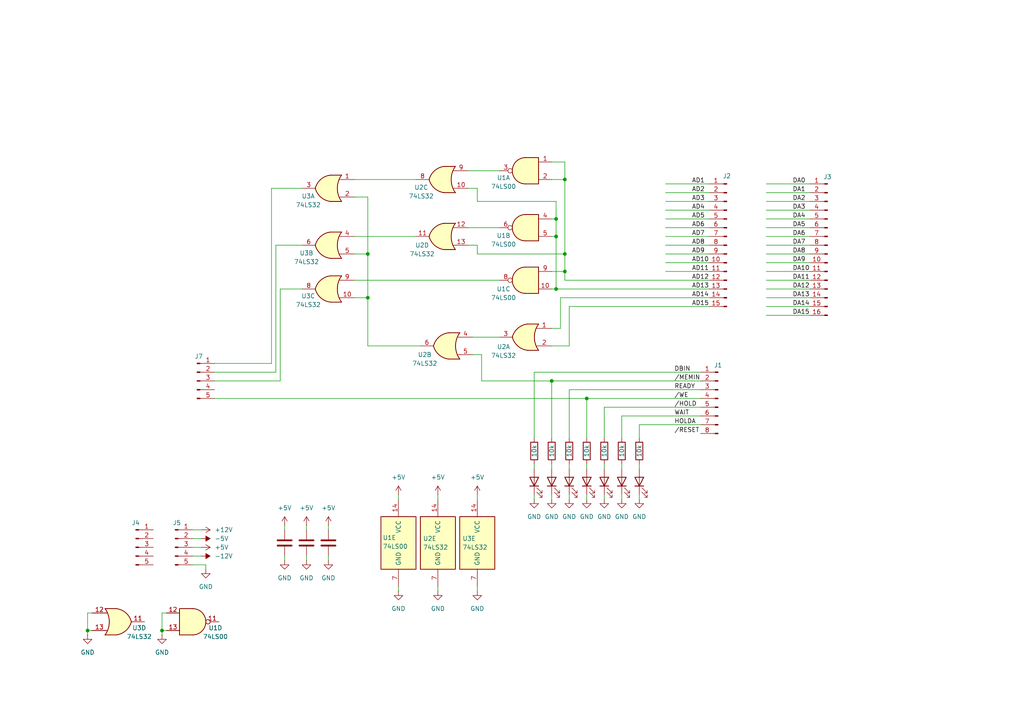
<source format=kicad_sch>
(kicad_sch (version 20250114) (generator "eeschema") (generator_version "9.0")
  (paper "A4")
  (lib_symbols
    (symbol "74xx:74LS00" (pin_names (offset 1.016))
      (property "Reference" "U" (at 0 1.27 0))
      (property "Value" "74LS00" (at 0 -1.27 0))
      (symbol "74LS00_1_1"
        (pin input line (at -7.62 2.54 0) (length 3.81) (name "~") (number "1"))
        (pin input line (at -7.62 -2.54 0) (length 3.81) (name "~") (number "2"))
        (pin output inverted (at 7.62 0 180) (length 3.81) (name "~") (number "3"))
      )
      (symbol "74LS00_1_2"
        (pin input inverted (at -7.62 2.54 0) (length 4.318) (name "~") (number "1"))
        (pin input inverted (at -7.62 -2.54 0) (length 4.318) (name "~") (number "2"))
        (pin output line (at 7.62 0 180) (length 3.81) (name "~") (number "3"))
      )
      (symbol "74LS00_2_1"
        (pin input line (at -7.62 2.54 0) (length 3.81) (name "~") (number "4"))
        (pin input line (at -7.62 -2.54 0) (length 3.81) (name "~") (number "5"))
        (pin output inverted (at 7.62 0 180) (length 3.81) (name "~") (number "6"))
      )
      (symbol "74LS00_2_2"
        (pin input inverted (at -7.62 2.54 0) (length 4.318) (name "~") (number "4"))
        (pin input inverted (at -7.62 -2.54 0) (length 4.318) (name "~") (number "5"))
        (pin output line (at 7.62 0 180) (length 3.81) (name "~") (number "6"))
      )
      (symbol "74LS00_3_1"
        (pin input line (at -7.62 2.54 0) (length 3.81) (name "~") (number "9"))
        (pin input line (at -7.62 -2.54 0) (length 3.81) (name "~") (number "10"))
        (pin output inverted (at 7.62 0 180) (length 3.81) (name "~") (number "8"))
      )
      (symbol "74LS00_3_2"
        (pin input inverted (at -7.62 2.54 0) (length 4.318) (name "~") (number "9"))
        (pin input inverted (at -7.62 -2.54 0) (length 4.318) (name "~") (number "10"))
        (pin output line (at 7.62 0 180) (length 3.81) (name "~") (number "8"))
      )
      (symbol "74LS00_4_1"
        (pin input line (at -7.62 2.54 0) (length 3.81) (name "~") (number "12"))
        (pin input line (at -7.62 -2.54 0) (length 3.81) (name "~") (number "13"))
        (pin output inverted (at 7.62 0 180) (length 3.81) (name "~") (number "11"))
      )
      (symbol "74LS00_4_2"
        (pin input inverted (at -7.62 2.54 0) (length 4.318) (name "~") (number "12"))
        (pin input inverted (at -7.62 -2.54 0) (length 4.318) (name "~") (number "13"))
        (pin output line (at 7.62 0 180) (length 3.81) (name "~") (number "11"))
      )
      (symbol "74LS00_5_0"
        (pin power_in line (at 0 12.7 270) (length 5.08) (name "VCC") (number "14"))
        (pin power_in line (at 0 -12.7 90) (length 5.08) (name "GND") (number "7"))
      )
    )
    (symbol "74xx:74LS32" (pin_names (offset 1.016))
      (property "Reference" "U" (at 0 1.27 0))
      (property "Value" "74LS32" (at 0 -1.27 0))
      (symbol "74LS32_1_1"
        (pin input line (at -7.62 2.54 0) (length 4.318) (name "~") (number "1"))
        (pin input line (at -7.62 -2.54 0) (length 4.318) (name "~") (number "2"))
        (pin output line (at 7.62 0 180) (length 3.81) (name "~") (number "3"))
      )
      (symbol "74LS32_1_2"
        (pin input inverted (at -7.62 2.54 0) (length 3.81) (name "~") (number "1"))
        (pin input inverted (at -7.62 -2.54 0) (length 3.81) (name "~") (number "2"))
        (pin output inverted (at 7.62 0 180) (length 3.81) (name "~") (number "3"))
      )
      (symbol "74LS32_2_1"
        (pin input line (at -7.62 2.54 0) (length 4.318) (name "~") (number "4"))
        (pin input line (at -7.62 -2.54 0) (length 4.318) (name "~") (number "5"))
        (pin output line (at 7.62 0 180) (length 3.81) (name "~") (number "6"))
      )
      (symbol "74LS32_2_2"
        (pin input inverted (at -7.62 2.54 0) (length 3.81) (name "~") (number "4"))
        (pin input inverted (at -7.62 -2.54 0) (length 3.81) (name "~") (number "5"))
        (pin output inverted (at 7.62 0 180) (length 3.81) (name "~") (number "6"))
      )
      (symbol "74LS32_3_1"
        (pin input line (at -7.62 2.54 0) (length 4.318) (name "~") (number "9"))
        (pin input line (at -7.62 -2.54 0) (length 4.318) (name "~") (number "10"))
        (pin output line (at 7.62 0 180) (length 3.81) (name "~") (number "8"))
      )
      (symbol "74LS32_3_2"
        (pin input inverted (at -7.62 2.54 0) (length 3.81) (name "~") (number "9"))
        (pin input inverted (at -7.62 -2.54 0) (length 3.81) (name "~") (number "10"))
        (pin output inverted (at 7.62 0 180) (length 3.81) (name "~") (number "8"))
      )
      (symbol "74LS32_4_1"
        (pin input line (at -7.62 2.54 0) (length 4.318) (name "~") (number "12"))
        (pin input line (at -7.62 -2.54 0) (length 4.318) (name "~") (number "13"))
        (pin output line (at 7.62 0 180) (length 3.81) (name "~") (number "11"))
      )
      (symbol "74LS32_4_2"
        (pin input inverted (at -7.62 2.54 0) (length 3.81) (name "~") (number "12"))
        (pin input inverted (at -7.62 -2.54 0) (length 3.81) (name "~") (number "13"))
        (pin output inverted (at 7.62 0 180) (length 3.81) (name "~") (number "11"))
      )
      (symbol "74LS32_5_0"
        (pin power_in line (at 0 12.7 270) (length 5.08) (name "VCC") (number "14"))
        (pin power_in line (at 0 -12.7 90) (length 5.08) (name "GND") (number "7"))
      )
    )
    (symbol "Connector:Conn_01x05_Pin" (pin_names (offset 1.016) (hide yes))
      (property "Reference" "J" (at 0 7.62 0))
      (property "Value" "Conn_01x05_Pin" (at 0 -7.62 0))
      (symbol "Conn_01x05_Pin_1_1"
        (pin passive line (at 5.08 5.08 180) (length 3.81) (name "Pin_1") (number "1"))
        (pin passive line (at 5.08 2.54 180) (length 3.81) (name "Pin_2") (number "2"))
        (pin passive line (at 5.08 0 180) (length 3.81) (name "Pin_3") (number "3"))
        (pin passive line (at 5.08 -2.54 180) (length 3.81) (name "Pin_4") (number "4"))
        (pin passive line (at 5.08 -5.08 180) (length 3.81) (name "Pin_5") (number "5"))
      )
    )
    (symbol "Connector:Conn_01x08_Pin" (pin_names (offset 1.016) (hide yes))
      (property "Reference" "J" (at 0 10.16 0))
      (property "Value" "Conn_01x08_Pin" (at 0 -12.7 0))
      (symbol "Conn_01x08_Pin_1_1"
        (pin passive line (at 5.08 7.62 180) (length 3.81) (name "Pin_1") (number "1"))
        (pin passive line (at 5.08 5.08 180) (length 3.81) (name "Pin_2") (number "2"))
        (pin passive line (at 5.08 2.54 180) (length 3.81) (name "Pin_3") (number "3"))
        (pin passive line (at 5.08 0 180) (length 3.81) (name "Pin_4") (number "4"))
        (pin passive line (at 5.08 -2.54 180) (length 3.81) (name "Pin_5") (number "5"))
        (pin passive line (at 5.08 -5.08 180) (length 3.81) (name "Pin_6") (number "6"))
        (pin passive line (at 5.08 -7.62 180) (length 3.81) (name "Pin_7") (number "7"))
        (pin passive line (at 5.08 -10.16 180) (length 3.81) (name "Pin_8") (number "8"))
      )
    )
    (symbol "Connector:Conn_01x15_Pin" (pin_names (offset 1.016) (hide yes))
      (property "Reference" "J" (at 0 20.32 0))
      (property "Value" "Conn_01x15_Pin" (at 0 -20.32 0))
      (symbol "Conn_01x15_Pin_1_1"
        (pin passive line (at 5.08 17.78 180) (length 3.81) (name "Pin_1") (number "1"))
        (pin passive line (at 5.08 15.24 180) (length 3.81) (name "Pin_2") (number "2"))
        (pin passive line (at 5.08 12.7 180) (length 3.81) (name "Pin_3") (number "3"))
        (pin passive line (at 5.08 10.16 180) (length 3.81) (name "Pin_4") (number "4"))
        (pin passive line (at 5.08 7.62 180) (length 3.81) (name "Pin_5") (number "5"))
        (pin passive line (at 5.08 5.08 180) (length 3.81) (name "Pin_6") (number "6"))
        (pin passive line (at 5.08 2.54 180) (length 3.81) (name "Pin_7") (number "7"))
        (pin passive line (at 5.08 0 180) (length 3.81) (name "Pin_8") (number "8"))
        (pin passive line (at 5.08 -2.54 180) (length 3.81) (name "Pin_9") (number "9"))
        (pin passive line (at 5.08 -5.08 180) (length 3.81) (name "Pin_10") (number "10"))
        (pin passive line (at 5.08 -7.62 180) (length 3.81) (name "Pin_11") (number "11"))
        (pin passive line (at 5.08 -10.16 180) (length 3.81) (name "Pin_12") (number "12"))
        (pin passive line (at 5.08 -12.7 180) (length 3.81) (name "Pin_13") (number "13"))
        (pin passive line (at 5.08 -15.24 180) (length 3.81) (name "Pin_14") (number "14"))
        (pin passive line (at 5.08 -17.78 180) (length 3.81) (name "Pin_15") (number "15"))
      )
    )
    (symbol "Connector:Conn_01x16_Pin" (pin_names (offset 1.016) (hide yes))
      (property "Reference" "J" (at 0 20.32 0))
      (property "Value" "Conn_01x16_Pin" (at 0 -22.86 0))
      (symbol "Conn_01x16_Pin_1_1"
        (pin passive line (at 5.08 17.78 180) (length 3.81) (name "Pin_1") (number "1"))
        (pin passive line (at 5.08 15.24 180) (length 3.81) (name "Pin_2") (number "2"))
        (pin passive line (at 5.08 12.7 180) (length 3.81) (name "Pin_3") (number "3"))
        (pin passive line (at 5.08 10.16 180) (length 3.81) (name "Pin_4") (number "4"))
        (pin passive line (at 5.08 7.62 180) (length 3.81) (name "Pin_5") (number "5"))
        (pin passive line (at 5.08 5.08 180) (length 3.81) (name "Pin_6") (number "6"))
        (pin passive line (at 5.08 2.54 180) (length 3.81) (name "Pin_7") (number "7"))
        (pin passive line (at 5.08 0 180) (length 3.81) (name "Pin_8") (number "8"))
        (pin passive line (at 5.08 -2.54 180) (length 3.81) (name "Pin_9") (number "9"))
        (pin passive line (at 5.08 -5.08 180) (length 3.81) (name "Pin_10") (number "10"))
        (pin passive line (at 5.08 -7.62 180) (length 3.81) (name "Pin_11") (number "11"))
        (pin passive line (at 5.08 -10.16 180) (length 3.81) (name "Pin_12") (number "12"))
        (pin passive line (at 5.08 -12.7 180) (length 3.81) (name "Pin_13") (number "13"))
        (pin passive line (at 5.08 -15.24 180) (length 3.81) (name "Pin_14") (number "14"))
        (pin passive line (at 5.08 -17.78 180) (length 3.81) (name "Pin_15") (number "15"))
        (pin passive line (at 5.08 -20.32 180) (length 3.81) (name "Pin_16") (number "16"))
      )
    )
    (symbol "Device:C" (pin_numbers (hide yes)) (pin_names (offset 0.254))
      (property "Reference" "C" (at 0.635 2.54 0))
      (property "Value" "C" (at 0.635 -2.54 0))
      (symbol "C_1_1"
        (pin passive line (at 0 3.81 270) (length 2.794) (name "~") (number "1"))
        (pin passive line (at 0 -3.81 90) (length 2.794) (name "~") (number "2"))
      )
    )
    (symbol "Device:LED" (pin_numbers (hide yes)) (pin_names (offset 1.016) (hide yes))
      (property "Reference" "D" (at 0 2.54 0))
      (property "Value" "LED" (at 0 -2.54 0))
      (symbol "LED_1_1"
        (pin passive line (at -3.81 0 0) (length 2.54) (name "K") (number "1"))
        (pin passive line (at 3.81 0 180) (length 2.54) (name "A") (number "2"))
      )
    )
    (symbol "Device:R" (pin_numbers (hide yes)) (pin_names (offset 0))
      (property "Reference" "R" (at 2.032 0 90))
      (property "Value" "R" (at 0 0 90))
      (symbol "R_1_1"
        (pin passive line (at 0 3.81 270) (length 1.27) (name "~") (number "1"))
        (pin passive line (at 0 -3.81 90) (length 1.27) (name "~") (number "2"))
      )
    )
    (symbol "power:+12V" (power) (pin_numbers (hide yes)) (pin_names (offset 0) (hide yes))
      (property "Value" "+12V" (at 0 3.556 0))
      (symbol "+12V_1_1"
        (pin power_in line (at 0 0 90) (length 0) (name "~") (number "1"))
      )
    )
    (symbol "power:+5V" (power) (pin_numbers (hide yes)) (pin_names (offset 0) (hide yes))
      (property "Value" "+5V" (at 0 3.556 0))
      (symbol "+5V_1_1"
        (pin power_in line (at 0 0 90) (length 0) (name "~") (number "1"))
      )
    )
    (symbol "power:-12V" (power) (pin_numbers (hide yes)) (pin_names (offset 0) (hide yes))
      (property "Value" "-12V" (at 0 3.556 0))
      (symbol "-12V_0_0"
        (pin power_in line (at 0 0 90) (length 0) (name "~") (number "1"))
      )
    )
    (symbol "power:-5V" (power) (pin_numbers (hide yes)) (pin_names (offset 0) (hide yes))
      (property "Value" "-5V" (at 0 3.556 0))
      (symbol "-5V_0_0"
        (pin power_in line (at 0 0 90) (length 0) (name "~") (number "1"))
      )
    )
    (symbol "power:GND" (power) (pin_numbers (hide yes)) (pin_names (offset 0) (hide yes))
      (property "Value" "GND" (at 0 -3.81 0))
      (symbol "GND_1_1"
        (pin power_in line (at 0 0 270) (length 0) (name "~") (number "1"))
      )
    )
  )
  (junction (at 161.29 63.5))
  (junction (at 106.68 86.36))
  (junction (at 170.18 115.57))
  (junction (at 46.99 182.88))
  (junction (at 161.29 68.58))
  (junction (at 163.83 73.66))
  (junction (at 163.83 78.74))
  (junction (at 163.83 52.07))
  (junction (at 161.29 83.82))
  (junction (at 160.02 110.49))
  (junction (at 106.68 73.66))
  (junction (at 25.4 182.88))
  (wire (pts (xy 46.99 182.88) (xy 48.26 182.88)))
  (wire (pts (xy 161.29 68.58) (xy 161.29 83.82)))
  (wire (pts (xy 160.02 78.74) (xy 163.83 78.74)))
  (wire (pts (xy 138.43 143.51) (xy 138.43 144.78)))
  (wire (pts (xy 160.02 110.49) (xy 139.7 110.49)))
  (wire (pts (xy 160.02 95.25) (xy 162.56 95.25)))
  (wire (pts (xy 222.25 63.5) (xy 234.95 63.5)))
  (wire (pts (xy 82.55 152.4) (xy 82.55 153.67)))
  (wire (pts (xy 139.7 102.87) (xy 137.16 102.87)))
  (wire (pts (xy 165.1 134.62) (xy 165.1 135.89)))
  (wire (pts (xy 81.28 83.82) (xy 81.28 110.49)))
  (wire (pts (xy 222.25 53.34) (xy 234.95 53.34)))
  (wire (pts (xy 160.02 83.82) (xy 161.29 83.82)))
  (wire (pts (xy 185.42 123.19) (xy 203.2 123.19)))
  (wire (pts (xy 222.25 86.36) (xy 234.95 86.36)))
  (wire (pts (xy 106.68 57.15) (xy 106.68 73.66)))
  (wire (pts (xy 62.23 115.57) (xy 170.18 115.57)))
  (wire (pts (xy 193.04 55.88) (xy 205.74 55.88)))
  (wire (pts (xy 185.42 123.19) (xy 185.42 127)))
  (wire (pts (xy 163.83 46.99) (xy 163.83 52.07)))
  (wire (pts (xy 102.87 52.07) (xy 120.65 52.07)))
  (wire (pts (xy 165.1 88.9) (xy 205.74 88.9)))
  (wire (pts (xy 222.25 73.66) (xy 234.95 73.66)))
  (wire (pts (xy 165.1 100.33) (xy 160.02 100.33)))
  (wire (pts (xy 175.26 134.62) (xy 175.26 135.89)))
  (wire (pts (xy 160.02 143.51) (xy 160.02 144.78)))
  (wire (pts (xy 154.94 107.95) (xy 154.94 127)))
  (wire (pts (xy 88.9 161.29) (xy 88.9 162.56)))
  (wire (pts (xy 193.04 78.74) (xy 205.74 78.74)))
  (wire (pts (xy 162.56 95.25) (xy 162.56 86.36)))
  (wire (pts (xy 222.25 81.28) (xy 234.95 81.28)))
  (wire (pts (xy 170.18 115.57) (xy 170.18 127)))
  (wire (pts (xy 82.55 161.29) (xy 82.55 162.56)))
  (wire (pts (xy 175.26 118.11) (xy 175.26 127)))
  (wire (pts (xy 154.94 134.62) (xy 154.94 135.89)))
  (wire (pts (xy 222.25 60.96) (xy 234.95 60.96)))
  (wire (pts (xy 138.43 73.66) (xy 163.83 73.66)))
  (wire (pts (xy 95.25 161.29) (xy 95.25 162.56)))
  (wire (pts (xy 78.74 54.61) (xy 78.74 105.41)))
  (wire (pts (xy 106.68 73.66) (xy 106.68 86.36)))
  (wire (pts (xy 106.68 86.36) (xy 106.68 100.33)))
  (wire (pts (xy 139.7 110.49) (xy 139.7 102.87)))
  (wire (pts (xy 62.23 107.95) (xy 80.01 107.95)))
  (wire (pts (xy 185.42 143.51) (xy 185.42 144.78)))
  (wire (pts (xy 135.89 49.53) (xy 144.78 49.53)))
  (wire (pts (xy 165.1 143.51) (xy 165.1 144.78)))
  (wire (pts (xy 185.42 134.62) (xy 185.42 135.89)))
  (wire (pts (xy 162.56 86.36) (xy 205.74 86.36)))
  (wire (pts (xy 80.01 71.12) (xy 87.63 71.12)))
  (wire (pts (xy 222.25 76.2) (xy 234.95 76.2)))
  (wire (pts (xy 25.4 184.15) (xy 25.4 182.88)))
  (wire (pts (xy 163.83 81.28) (xy 205.74 81.28)))
  (wire (pts (xy 193.04 76.2) (xy 205.74 76.2)))
  (wire (pts (xy 46.99 182.88) (xy 46.99 177.8)))
  (wire (pts (xy 222.25 88.9) (xy 234.95 88.9)))
  (wire (pts (xy 175.26 143.51) (xy 175.26 144.78)))
  (wire (pts (xy 170.18 143.51) (xy 170.18 144.78)))
  (wire (pts (xy 193.04 66.04) (xy 205.74 66.04)))
  (wire (pts (xy 163.83 73.66) (xy 163.83 78.74)))
  (wire (pts (xy 193.04 60.96) (xy 205.74 60.96)))
  (wire (pts (xy 161.29 58.42) (xy 161.29 63.5)))
  (wire (pts (xy 170.18 115.57) (xy 203.2 115.57)))
  (wire (pts (xy 25.4 182.88) (xy 26.67 182.88)))
  (wire (pts (xy 88.9 152.4) (xy 88.9 153.67)))
  (wire (pts (xy 25.4 182.88) (xy 25.4 177.8)))
  (wire (pts (xy 138.43 58.42) (xy 161.29 58.42)))
  (wire (pts (xy 102.87 86.36) (xy 106.68 86.36)))
  (wire (pts (xy 138.43 170.18) (xy 138.43 171.45)))
  (wire (pts (xy 127 143.51) (xy 127 144.78)))
  (wire (pts (xy 138.43 71.12) (xy 138.43 73.66)))
  (wire (pts (xy 222.25 71.12) (xy 234.95 71.12)))
  (wire (pts (xy 161.29 83.82) (xy 205.74 83.82)))
  (wire (pts (xy 55.88 161.29) (xy 58.42 161.29)))
  (wire (pts (xy 193.04 58.42) (xy 205.74 58.42)))
  (wire (pts (xy 222.25 83.82) (xy 234.95 83.82)))
  (wire (pts (xy 163.83 78.74) (xy 163.83 81.28)))
  (wire (pts (xy 115.57 170.18) (xy 115.57 171.45)))
  (wire (pts (xy 203.2 107.95) (xy 154.94 107.95)))
  (wire (pts (xy 135.89 54.61) (xy 138.43 54.61)))
  (wire (pts (xy 160.02 110.49) (xy 160.02 127)))
  (wire (pts (xy 102.87 57.15) (xy 106.68 57.15)))
  (wire (pts (xy 180.34 143.51) (xy 180.34 144.78)))
  (wire (pts (xy 180.34 120.65) (xy 180.34 127)))
  (wire (pts (xy 193.04 68.58) (xy 205.74 68.58)))
  (wire (pts (xy 135.89 71.12) (xy 138.43 71.12)))
  (wire (pts (xy 95.25 152.4) (xy 95.25 153.67)))
  (wire (pts (xy 55.88 158.75) (xy 58.42 158.75)))
  (wire (pts (xy 193.04 73.66) (xy 205.74 73.66)))
  (wire (pts (xy 163.83 52.07) (xy 160.02 52.07)))
  (wire (pts (xy 222.25 58.42) (xy 234.95 58.42)))
  (wire (pts (xy 135.89 66.04) (xy 144.78 66.04)))
  (wire (pts (xy 25.4 177.8) (xy 26.67 177.8)))
  (wire (pts (xy 160.02 68.58) (xy 161.29 68.58)))
  (wire (pts (xy 87.63 54.61) (xy 78.74 54.61)))
  (wire (pts (xy 154.94 143.51) (xy 154.94 144.78)))
  (wire (pts (xy 137.16 97.79) (xy 144.78 97.79)))
  (wire (pts (xy 163.83 52.07) (xy 163.83 73.66)))
  (wire (pts (xy 203.2 120.65) (xy 180.34 120.65)))
  (wire (pts (xy 165.1 113.03) (xy 165.1 127)))
  (wire (pts (xy 115.57 143.51) (xy 115.57 144.78)))
  (wire (pts (xy 193.04 63.5) (xy 205.74 63.5)))
  (wire (pts (xy 59.69 165.1) (xy 59.69 163.83)))
  (wire (pts (xy 80.01 107.95) (xy 80.01 71.12)))
  (wire (pts (xy 203.2 118.11) (xy 175.26 118.11)))
  (wire (pts (xy 81.28 110.49) (xy 62.23 110.49)))
  (wire (pts (xy 46.99 184.15) (xy 46.99 182.88)))
  (wire (pts (xy 127 170.18) (xy 127 171.45)))
  (wire (pts (xy 55.88 156.21) (xy 58.42 156.21)))
  (wire (pts (xy 180.34 134.62) (xy 180.34 135.89)))
  (wire (pts (xy 193.04 71.12) (xy 205.74 71.12)))
  (wire (pts (xy 59.69 163.83) (xy 55.88 163.83)))
  (wire (pts (xy 160.02 46.99) (xy 163.83 46.99)))
  (wire (pts (xy 87.63 83.82) (xy 81.28 83.82)))
  (wire (pts (xy 55.88 153.67) (xy 58.42 153.67)))
  (wire (pts (xy 222.25 66.04) (xy 234.95 66.04)))
  (wire (pts (xy 165.1 88.9) (xy 165.1 100.33)))
  (wire (pts (xy 170.18 134.62) (xy 170.18 135.89)))
  (wire (pts (xy 161.29 63.5) (xy 161.29 68.58)))
  (wire (pts (xy 203.2 110.49) (xy 160.02 110.49)))
  (wire (pts (xy 203.2 113.03) (xy 165.1 113.03)))
  (wire (pts (xy 222.25 68.58) (xy 234.95 68.58)))
  (wire (pts (xy 46.99 177.8) (xy 48.26 177.8)))
  (wire (pts (xy 102.87 73.66) (xy 106.68 73.66)))
  (wire (pts (xy 222.25 78.74) (xy 234.95 78.74)))
  (wire (pts (xy 222.25 91.44) (xy 234.95 91.44)))
  (wire (pts (xy 222.25 55.88) (xy 234.95 55.88)))
  (wire (pts (xy 160.02 63.5) (xy 161.29 63.5)))
  (wire (pts (xy 102.87 81.28) (xy 144.78 81.28)))
  (wire (pts (xy 160.02 134.62) (xy 160.02 135.89)))
  (wire (pts (xy 78.74 105.41) (xy 62.23 105.41)))
  (wire (pts (xy 193.04 53.34) (xy 205.74 53.34)))
  (wire (pts (xy 102.87 68.58) (xy 120.65 68.58)))
  (wire (pts (xy 121.92 100.33) (xy 106.68 100.33)))
  (wire (pts (xy 138.43 54.61) (xy 138.43 58.42)))
  (label "AD14" (at 200.66 86.36 0))
  (label "DA6" (at 229.87 68.58 0))
  (label "AD2" (at 200.66 55.88 0))
  (label "{slash}RESET" (at 195.58 125.73 0))
  (label "DA5" (at 229.87 66.04 0))
  (label "DA14" (at 229.87 88.9 0))
  (label "AD3" (at 200.66 58.42 0))
  (label "AD7" (at 200.66 68.58 0))
  (label "{slash}WE" (at 195.58 115.57 0))
  (label "AD10" (at 200.66 76.2 0))
  (label "DA15" (at 229.87 91.44 0))
  (label "HOLDA" (at 195.58 123.19 0))
  (label "READY" (at 195.58 113.03 0))
  (label "DA4" (at 229.87 63.5 0))
  (label "DA0" (at 229.87 53.34 0))
  (label "DA8" (at 229.87 73.66 0))
  (label "AD8" (at 200.66 71.12 0))
  (label "WAIT" (at 195.58 120.65 0))
  (label "AD15" (at 200.66 88.9 0))
  (label "DA12" (at 229.87 83.82 0))
  (label "DA13" (at 229.87 86.36 0))
  (label "AD13" (at 200.66 83.82 0))
  (label "DA1" (at 229.87 55.88 0))
  (label "DA10" (at 229.87 78.74 0))
  (label "AD6" (at 200.66 66.04 0))
  (label "AD12" (at 200.66 81.28 0))
  (label "{slash}MEMIN" (at 195.58 110.49 0))
  (label "DA2" (at 229.87 58.42 0))
  (label "DA9" (at 229.87 76.2 0))
  (label "AD1" (at 200.66 53.34 0))
  (label "DBIN" (at 195.58 107.95 0))
  (label "DA11" (at 229.87 81.28 0))
  (label "AD5" (at 200.66 63.5 0))
  (label "AD9" (at 200.66 73.66 0))
  (label "AD11" (at 200.66 78.74 0))
  (label "DA3" (at 229.87 60.96 0))
  (label "AD4" (at 200.66 60.96 0))
  (label "{slash}HOLD" (at 195.58 118.11 0))
  (label "DA7" (at 229.87 71.12 0))
  (symbol (lib_id "power:GND") (at 115.57 171.45 0) (unit 1)
    (property "Reference" "#PWR024" (effects (hide yes)))
    (property "Value" "GND" (at 115.57 176.53 0))
    (property "Description" "Power symbol creates a global label with name \"GND\" , ground" (effects (hide yes)))
  )
  (symbol (lib_id "Connector:Conn_01x15_Pin") (at 210.82 71.12 0) (mirror y) (unit 1)
    (property "Reference" "J2" (at 210.82 51.054 0))
    (property "Value" "Conn_01x15_Pin" (effects (hide yes)))
    (property "Footprint" "Connector_PinHeader_2.54mm:PinHeader_1x15_P2.54mm_Vertical" (effects (hide yes)))
    (property "Description" "Generic connector, single row, 01x15, script generated" (effects (hide yes)))
  )
  (symbol (lib_id "74xx:74LS00") (at 115.57 157.48 0) (unit 5)
    (property "Reference" "U1" (at 110.998 155.956 0) (effects (justify left)))
    (property "Value" "74LS00" (at 110.998 158.496 0) (effects (justify left)))
    (property "Footprint" "Package_DIP:DIP-14_W7.62mm" (effects (hide yes)))
    (property "Datasheet" "http://www.ti.com/lit/gpn/sn74ls00" (effects (hide yes)))
    (property "Description" "quad 2-input NAND gate" (effects (hide yes)))
  )
  (symbol (lib_id "power:GND") (at 46.99 184.15 0) (unit 1)
    (property "Reference" "#PWR011" (effects (hide yes)))
    (property "Value" "GND" (at 46.99 189.23 0))
    (property "Description" "Power symbol creates a global label with name \"GND\" , ground" (effects (hide yes)))
  )
  (symbol (lib_id "Device:R") (at 160.02 130.81 0) (unit 1)
    (property "Reference" "R18" (effects (hide yes)))
    (property "Value" "10k" (at 160.02 130.81 90))
    (property "Footprint" "Resistor_THT:R_Axial_DIN0207_L6.3mm_D2.5mm_P10.16mm_Horizontal" (effects (hide yes)))
    (property "Description" "Resistor" (effects (hide yes)))
  )
  (symbol (lib_id "74xx:74LS00") (at 152.4 49.53 0) (mirror y) (unit 1)
    (property "Reference" "U1" (at 146.05 51.562 0))
    (property "Value" "74LS00" (at 146.05 54.102 0))
    (property "Footprint" "Package_DIP:DIP-14_W7.62mm" (effects (hide yes)))
    (property "Datasheet" "http://www.ti.com/lit/gpn/sn74ls00" (effects (hide yes)))
    (property "Description" "quad 2-input NAND gate" (effects (hide yes)))
  )
  (symbol (lib_id "Device:LED") (at 185.42 139.7 90) (unit 1)
    (property "Reference" "D5" (effects (hide yes)))
    (property "Value" "LED" (effects (hide yes)))
    (property "Footprint" "LED_THT:LED_D5.0mm_Horizontal_O1.27mm_Z3.0mm" (effects (hide yes)))
    (property "Description" "Light emitting diode" (effects (hide yes)))
    (property "Sim.Pins" "1=K 2=A" (effects (hide yes)))
  )
  (symbol (lib_id "Connector:Conn_01x05_Pin") (at 39.37 158.75 0) (unit 1)
    (property "Reference" "J4" (at 39.37 151.638 0))
    (property "Value" "Conn_01x05_Pin" (effects (hide yes)))
    (property "Footprint" "Connector_PinHeader_2.54mm:PinHeader_1x05_P2.54mm_Vertical" (effects (hide yes)))
    (property "Description" "Generic connector, single row, 01x05, script generated" (effects (hide yes)))
  )
  (symbol (lib_id "Device:LED") (at 154.94 139.7 90) (unit 1)
    (property "Reference" "D7" (effects (hide yes)))
    (property "Value" "LED" (effects (hide yes)))
    (property "Footprint" "LED_THT:LED_D5.0mm_Horizontal_O1.27mm_Z3.0mm" (effects (hide yes)))
    (property "Description" "Light emitting diode" (effects (hide yes)))
    (property "Sim.Pins" "1=K 2=A" (effects (hide yes)))
  )
  (symbol (lib_id "power:+12V") (at 58.42 153.67 270) (unit 1)
    (property "Reference" "#PWR08" (effects (hide yes)))
    (property "Value" "+12V" (at 62.23 153.6699 90) (effects (justify left)))
    (property "Description" "Power symbol creates a global label with name \"+12V\"" (effects (hide yes)))
  )
  (symbol (lib_id "Connector:Conn_01x16_Pin") (at 240.03 71.12 0) (mirror y) (unit 1)
    (property "Reference" "J3" (at 240.03 51.308 0))
    (property "Value" "Conn_01x16_Pin" (effects (hide yes)))
    (property "Footprint" "Connector_PinHeader_2.54mm:PinHeader_1x16_P2.54mm_Vertical" (effects (hide yes)))
    (property "Description" "Generic connector, single row, 01x16, script generated" (effects (hide yes)))
  )
  (symbol (lib_id "Device:R") (at 185.42 130.81 0) (unit 1)
    (property "Reference" "R17" (effects (hide yes)))
    (property "Value" "10k" (at 185.42 130.81 90))
    (property "Footprint" "Resistor_THT:R_Axial_DIN0207_L6.3mm_D2.5mm_P10.16mm_Horizontal" (effects (hide yes)))
    (property "Description" "Resistor" (effects (hide yes)))
  )
  (symbol (lib_id "Device:R") (at 180.34 130.81 0) (unit 1)
    (property "Reference" "R16" (effects (hide yes)))
    (property "Value" "10k" (at 180.34 130.81 90))
    (property "Footprint" "Resistor_THT:R_Axial_DIN0207_L6.3mm_D2.5mm_P10.16mm_Horizontal" (effects (hide yes)))
    (property "Description" "Resistor" (effects (hide yes)))
  )
  (symbol (lib_id "74xx:74LS32") (at 152.4 97.79 0) (mirror y) (unit 1)
    (property "Reference" "U2" (at 146.05 100.584 0))
    (property "Value" "74LS32" (at 146.05 103.124 0))
    (property "Footprint" "Package_DIP:DIP-14_W7.62mm" (effects (hide yes)))
    (property "Datasheet" "http://www.ti.com/lit/gpn/sn74LS32" (effects (hide yes)))
    (property "Description" "Quad 2-input OR" (effects (hide yes)))
  )
  (symbol (lib_id "power:+5V") (at 115.57 143.51 0) (unit 1)
    (property "Reference" "#PWR028" (effects (hide yes)))
    (property "Value" "+5V" (at 115.57 138.43 0))
    (property "Description" "Power symbol creates a global label with name \"+5V\"" (effects (hide yes)))
  )
  (symbol (lib_id "power:GND") (at 59.69 165.1 0) (unit 1)
    (property "Reference" "#PWR010" (effects (hide yes)))
    (property "Value" "GND" (at 59.69 170.18 0))
    (property "Description" "Power symbol creates a global label with name \"GND\" , ground" (effects (hide yes)))
  )
  (symbol (lib_id "power:-5V") (at 58.42 156.21 270) (unit 1)
    (property "Reference" "#PWR06" (effects (hide yes)))
    (property "Value" "-5V" (at 62.23 156.2099 90) (effects (justify left)))
    (property "Description" "Power symbol creates a global label with name \"-5V\"" (effects (hide yes)))
  )
  (symbol (lib_id "Connector:Conn_01x05_Pin") (at 50.8 158.75 0) (unit 1)
    (property "Reference" "J5" (at 51.308 151.638 0))
    (property "Value" "Conn_01x05_Pin" (effects (hide yes)))
    (property "Footprint" "Connector_PinHeader_2.54mm:PinHeader_1x05_P2.54mm_Vertical" (effects (hide yes)))
    (property "Description" "Generic connector, single row, 01x05, script generated" (effects (hide yes)))
  )
  (symbol (lib_id "Device:LED") (at 175.26 139.7 90) (unit 1)
    (property "Reference" "D3" (effects (hide yes)))
    (property "Value" "LED" (effects (hide yes)))
    (property "Footprint" "LED_THT:LED_D5.0mm_Horizontal_O1.27mm_Z3.0mm" (effects (hide yes)))
    (property "Description" "Light emitting diode" (effects (hide yes)))
    (property "Sim.Pins" "1=K 2=A" (effects (hide yes)))
  )
  (symbol (lib_id "power:GND") (at 160.02 144.78 0) (unit 1)
    (property "Reference" "#PWR046" (effects (hide yes)))
    (property "Value" "GND" (at 160.02 149.86 0))
    (property "Description" "Power symbol creates a global label with name \"GND\" , ground" (effects (hide yes)))
  )
  (symbol (lib_id "Device:R") (at 175.26 130.81 0) (unit 1)
    (property "Reference" "R15" (effects (hide yes)))
    (property "Value" "10k" (at 175.26 130.81 90))
    (property "Footprint" "Resistor_THT:R_Axial_DIN0207_L6.3mm_D2.5mm_P10.16mm_Horizontal" (effects (hide yes)))
    (property "Description" "Resistor" (effects (hide yes)))
  )
  (symbol (lib_id "Connector:Conn_01x08_Pin") (at 208.28 115.57 0) (mirror y) (unit 1)
    (property "Reference" "J1" (at 208.28 105.918 0))
    (property "Value" "Conn_01x08_Pin" (effects (hide yes)))
    (property "Footprint" "Connector_PinHeader_2.54mm:PinHeader_1x08_P2.54mm_Vertical" (effects (hide yes)))
    (property "Description" "Generic connector, single row, 01x08, script generated" (effects (hide yes)))
  )
  (symbol (lib_id "74xx:74LS32") (at 95.25 54.61 0) (mirror y) (unit 1)
    (property "Reference" "U3" (at 89.408 56.896 0))
    (property "Value" "74LS32" (at 89.408 59.436 0))
    (property "Footprint" "Package_DIP:DIP-14_W7.62mm" (effects (hide yes)))
    (property "Datasheet" "http://www.ti.com/lit/gpn/sn74LS32" (effects (hide yes)))
    (property "Description" "Quad 2-input OR" (effects (hide yes)))
  )
  (symbol (lib_id "Device:LED") (at 165.1 139.7 90) (unit 1)
    (property "Reference" "D1" (effects (hide yes)))
    (property "Value" "LED" (effects (hide yes)))
    (property "Footprint" "LED_THT:LED_D5.0mm_Horizontal_O1.27mm_Z3.0mm" (effects (hide yes)))
    (property "Description" "Light emitting diode" (effects (hide yes)))
    (property "Sim.Pins" "1=K 2=A" (effects (hide yes)))
  )
  (symbol (lib_id "74xx:74LS32") (at 129.54 100.33 0) (mirror y) (unit 2)
    (property "Reference" "U2" (at 123.19 102.87 0))
    (property "Value" "74LS32" (at 123.19 105.41 0))
    (property "Footprint" "Package_DIP:DIP-14_W7.62mm" (effects (hide yes)))
    (property "Datasheet" "http://www.ti.com/lit/gpn/sn74LS32" (effects (hide yes)))
    (property "Description" "Quad 2-input OR" (effects (hide yes)))
  )
  (symbol (lib_id "74xx:74LS00") (at 55.88 180.34 0) (unit 4)
    (property "Reference" "U1" (at 62.484 182.118 0))
    (property "Value" "74LS00" (at 62.484 184.658 0))
    (property "Footprint" "Package_DIP:DIP-14_W7.62mm" (effects (hide yes)))
    (property "Datasheet" "http://www.ti.com/lit/gpn/sn74ls00" (effects (hide yes)))
    (property "Description" "quad 2-input NAND gate" (effects (hide yes)))
  )
  (symbol (lib_id "power:+5V") (at 127 143.51 0) (unit 1)
    (property "Reference" "#PWR029" (effects (hide yes)))
    (property "Value" "+5V" (at 127 138.43 0))
    (property "Description" "Power symbol creates a global label with name \"+5V\"" (effects (hide yes)))
  )
  (symbol (lib_id "power:+5V") (at 82.55 152.4 0) (unit 1)
    (property "Reference" "#PWR025" (effects (hide yes)))
    (property "Value" "+5V" (at 82.55 147.32 0))
    (property "Description" "Power symbol creates a global label with name \"+5V\"" (effects (hide yes)))
  )
  (symbol (lib_id "power:GND") (at 154.94 144.78 0) (unit 1)
    (property "Reference" "#PWR047" (effects (hide yes)))
    (property "Value" "GND" (at 154.94 149.86 0))
    (property "Description" "Power symbol creates a global label with name \"GND\" , ground" (effects (hide yes)))
  )
  (symbol (lib_id "power:GND") (at 165.1 144.78 0) (unit 1)
    (property "Reference" "#PWR041" (effects (hide yes)))
    (property "Value" "GND" (at 165.1 149.86 0))
    (property "Description" "Power symbol creates a global label with name \"GND\" , ground" (effects (hide yes)))
  )
  (symbol (lib_id "74xx:74LS32") (at 34.29 180.34 0) (unit 4)
    (property "Reference" "U3" (at 40.386 182.118 0))
    (property "Value" "74LS32" (at 40.386 184.658 0))
    (property "Footprint" "Package_DIP:DIP-14_W7.62mm" (effects (hide yes)))
    (property "Datasheet" "http://www.ti.com/lit/gpn/sn74LS32" (effects (hide yes)))
    (property "Description" "Quad 2-input OR" (effects (hide yes)))
  )
  (symbol (lib_id "power:GND") (at 127 171.45 0) (unit 1)
    (property "Reference" "#PWR031" (effects (hide yes)))
    (property "Value" "GND" (at 127 176.53 0))
    (property "Description" "Power symbol creates a global label with name \"GND\" , ground" (effects (hide yes)))
  )
  (symbol (lib_id "Device:R") (at 154.94 130.81 0) (unit 1)
    (property "Reference" "R19" (effects (hide yes)))
    (property "Value" "10k" (at 154.94 130.81 90))
    (property "Footprint" "Resistor_THT:R_Axial_DIN0207_L6.3mm_D2.5mm_P10.16mm_Horizontal" (effects (hide yes)))
    (property "Description" "Resistor" (effects (hide yes)))
  )
  (symbol (lib_id "power:GND") (at 175.26 144.78 0) (unit 1)
    (property "Reference" "#PWR043" (effects (hide yes)))
    (property "Value" "GND" (at 175.26 149.86 0))
    (property "Description" "Power symbol creates a global label with name \"GND\" , ground" (effects (hide yes)))
  )
  (symbol (lib_id "74xx:74LS32") (at 138.43 157.48 0) (unit 5)
    (property "Reference" "U3" (at 134.112 156.21 0) (effects (justify left)))
    (property "Value" "74LS32" (at 134.112 158.75 0) (effects (justify left)))
    (property "Footprint" "Package_DIP:DIP-14_W7.62mm" (effects (hide yes)))
    (property "Datasheet" "http://www.ti.com/lit/gpn/sn74LS32" (effects (hide yes)))
    (property "Description" "Quad 2-input OR" (effects (hide yes)))
  )
  (symbol (lib_id "74xx:74LS00") (at 152.4 66.04 0) (mirror y) (unit 2)
    (property "Reference" "U1" (at 146.05 68.326 0))
    (property "Value" "74LS00" (at 146.05 70.866 0))
    (property "Footprint" "Package_DIP:DIP-14_W7.62mm" (effects (hide yes)))
    (property "Datasheet" "http://www.ti.com/lit/gpn/sn74ls00" (effects (hide yes)))
    (property "Description" "quad 2-input NAND gate" (effects (hide yes)))
  )
  (symbol (lib_id "74xx:74LS00") (at 152.4 81.28 0) (mirror y) (unit 3)
    (property "Reference" "U1" (at 146.05 83.82 0))
    (property "Value" "74LS00" (at 146.05 86.36 0))
    (property "Footprint" "Package_DIP:DIP-14_W7.62mm" (effects (hide yes)))
    (property "Datasheet" "http://www.ti.com/lit/gpn/sn74ls00" (effects (hide yes)))
    (property "Description" "quad 2-input NAND gate" (effects (hide yes)))
  )
  (symbol (lib_id "Device:C") (at 82.55 157.48 0) (unit 1)
    (property "Reference" "C1" (effects (hide yes)))
    (property "Value" "C" (effects (hide yes)))
    (property "Footprint" "Capacitor_THT:C_Disc_D3.0mm_W1.6mm_P2.50mm" (effects (hide yes)))
    (property "Description" "Unpolarized capacitor" (effects (hide yes)))
  )
  (symbol (lib_id "power:GND") (at 170.18 144.78 0) (unit 1)
    (property "Reference" "#PWR042" (effects (hide yes)))
    (property "Value" "GND" (at 170.18 149.86 0))
    (property "Description" "Power symbol creates a global label with name \"GND\" , ground" (effects (hide yes)))
  )
  (symbol (lib_id "Device:C") (at 95.25 157.48 0) (unit 1)
    (property "Reference" "C3" (effects (hide yes)))
    (property "Value" "C" (effects (hide yes)))
    (property "Footprint" "Capacitor_THT:C_Disc_D3.0mm_W1.6mm_P2.50mm" (effects (hide yes)))
    (property "Description" "Unpolarized capacitor" (effects (hide yes)))
  )
  (symbol (lib_id "Device:LED") (at 170.18 139.7 90) (unit 1)
    (property "Reference" "D2" (effects (hide yes)))
    (property "Value" "LED" (effects (hide yes)))
    (property "Footprint" "LED_THT:LED_D5.0mm_Horizontal_O1.27mm_Z3.0mm" (effects (hide yes)))
    (property "Description" "Light emitting diode" (effects (hide yes)))
    (property "Sim.Pins" "1=K 2=A" (effects (hide yes)))
  )
  (symbol (lib_id "Device:R") (at 170.18 130.81 0) (unit 1)
    (property "Reference" "R14" (effects (hide yes)))
    (property "Value" "10k" (at 170.18 130.81 90))
    (property "Footprint" "Resistor_THT:R_Axial_DIN0207_L6.3mm_D2.5mm_P10.16mm_Horizontal" (effects (hide yes)))
    (property "Description" "Resistor" (effects (hide yes)))
  )
  (symbol (lib_id "74xx:74LS32") (at 95.25 71.12 0) (mirror y) (unit 2)
    (property "Reference" "U3" (at 88.9 73.406 0))
    (property "Value" "74LS32" (at 88.9 75.946 0))
    (property "Footprint" "Package_DIP:DIP-14_W7.62mm" (effects (hide yes)))
    (property "Datasheet" "http://www.ti.com/lit/gpn/sn74LS32" (effects (hide yes)))
    (property "Description" "Quad 2-input OR" (effects (hide yes)))
  )
  (symbol (lib_id "Device:C") (at 88.9 157.48 0) (unit 1)
    (property "Reference" "C2" (effects (hide yes)))
    (property "Value" "C" (effects (hide yes)))
    (property "Footprint" "Capacitor_THT:C_Disc_D3.0mm_W1.6mm_P2.50mm" (effects (hide yes)))
    (property "Description" "Unpolarized capacitor" (effects (hide yes)))
  )
  (symbol (lib_id "power:+5V") (at 58.42 158.75 270) (unit 1)
    (property "Reference" "#PWR09" (effects (hide yes)))
    (property "Value" "+5V" (at 62.23 158.7499 90) (effects (justify left)))
    (property "Description" "Power symbol creates a global label with name \"+5V\"" (effects (hide yes)))
  )
  (symbol (lib_id "power:GND") (at 180.34 144.78 0) (unit 1)
    (property "Reference" "#PWR044" (effects (hide yes)))
    (property "Value" "GND" (at 180.34 149.86 0))
    (property "Description" "Power symbol creates a global label with name \"GND\" , ground" (effects (hide yes)))
  )
  (symbol (lib_id "74xx:74LS32") (at 127 157.48 0) (unit 5)
    (property "Reference" "U2" (at 122.682 156.21 0) (effects (justify left)))
    (property "Value" "74LS32" (at 122.682 158.75 0) (effects (justify left)))
    (property "Footprint" "Package_DIP:DIP-14_W7.62mm" (effects (hide yes)))
    (property "Datasheet" "http://www.ti.com/lit/gpn/sn74LS32" (effects (hide yes)))
    (property "Description" "Quad 2-input OR" (effects (hide yes)))
  )
  (symbol (lib_id "Device:R") (at 165.1 130.81 0) (unit 1)
    (property "Reference" "R13" (effects (hide yes)))
    (property "Value" "10k" (at 165.1 130.81 90))
    (property "Footprint" "Resistor_THT:R_Axial_DIN0207_L6.3mm_D2.5mm_P10.16mm_Horizontal" (effects (hide yes)))
    (property "Description" "Resistor" (effects (hide yes)))
  )
  (symbol (lib_id "power:+5V") (at 138.43 143.51 0) (unit 1)
    (property "Reference" "#PWR030" (effects (hide yes)))
    (property "Value" "+5V" (at 138.43 138.43 0))
    (property "Description" "Power symbol creates a global label with name \"+5V\"" (effects (hide yes)))
  )
  (symbol (lib_id "power:+5V") (at 95.25 152.4 0) (unit 1)
    (property "Reference" "#PWR027" (effects (hide yes)))
    (property "Value" "+5V" (at 95.25 147.32 0))
    (property "Description" "Power symbol creates a global label with name \"+5V\"" (effects (hide yes)))
  )
  (symbol (lib_id "power:-12V") (at 58.42 161.29 270) (unit 1)
    (property "Reference" "#PWR07" (effects (hide yes)))
    (property "Value" "-12V" (at 62.23 161.2899 90) (effects (justify left)))
    (property "Description" "Power symbol creates a global label with name \"-12V\"" (effects (hide yes)))
  )
  (symbol (lib_id "Connector:Conn_01x05_Pin") (at 57.15 110.49 0) (unit 1)
    (property "Reference" "J7" (at 57.658 103.378 0))
    (property "Value" "Conn_01x05_Pin" (effects (hide yes)))
    (property "Footprint" "Connector_PinHeader_2.54mm:PinHeader_1x05_P2.54mm_Vertical" (effects (hide yes)))
    (property "Description" "Generic connector, single row, 01x05, script generated" (effects (hide yes)))
  )
  (symbol (lib_id "power:GND") (at 25.4 184.15 0) (unit 1)
    (property "Reference" "#PWR012" (effects (hide yes)))
    (property "Value" "GND" (at 25.4 189.23 0))
    (property "Description" "Power symbol creates a global label with name \"GND\" , ground" (effects (hide yes)))
  )
  (symbol (lib_id "power:GND") (at 138.43 171.45 0) (unit 1)
    (property "Reference" "#PWR032" (effects (hide yes)))
    (property "Value" "GND" (at 138.43 176.53 0))
    (property "Description" "Power symbol creates a global label with name \"GND\" , ground" (effects (hide yes)))
  )
  (symbol (lib_id "power:GND") (at 185.42 144.78 0) (unit 1)
    (property "Reference" "#PWR045" (effects (hide yes)))
    (property "Value" "GND" (at 185.42 149.86 0))
    (property "Description" "Power symbol creates a global label with name \"GND\" , ground" (effects (hide yes)))
  )
  (symbol (lib_id "power:GND") (at 82.55 162.56 0) (unit 1)
    (property "Reference" "#PWR021" (effects (hide yes)))
    (property "Value" "GND" (at 82.55 167.64 0))
    (property "Description" "Power symbol creates a global label with name \"GND\" , ground" (effects (hide yes)))
  )
  (symbol (lib_id "74xx:74LS32") (at 128.27 68.58 0) (mirror y) (unit 4)
    (property "Reference" "U2" (at 122.428 71.12 0))
    (property "Value" "74LS32" (at 122.428 73.66 0))
    (property "Footprint" "Package_DIP:DIP-14_W7.62mm" (effects (hide yes)))
    (property "Datasheet" "http://www.ti.com/lit/gpn/sn74LS32" (effects (hide yes)))
    (property "Description" "Quad 2-input OR" (effects (hide yes)))
  )
  (symbol (lib_id "power:GND") (at 88.9 162.56 0) (unit 1)
    (property "Reference" "#PWR022" (effects (hide yes)))
    (property "Value" "GND" (at 88.9 167.64 0))
    (property "Description" "Power symbol creates a global label with name \"GND\" , ground" (effects (hide yes)))
  )
  (symbol (lib_id "Device:LED") (at 180.34 139.7 90) (unit 1)
    (property "Reference" "D4" (effects (hide yes)))
    (property "Value" "LED" (effects (hide yes)))
    (property "Footprint" "LED_THT:LED_D5.0mm_Horizontal_O1.27mm_Z3.0mm" (effects (hide yes)))
    (property "Description" "Light emitting diode" (effects (hide yes)))
    (property "Sim.Pins" "1=K 2=A" (effects (hide yes)))
  )
  (symbol (lib_id "power:+5V") (at 88.9 152.4 0) (unit 1)
    (property "Reference" "#PWR026" (effects (hide yes)))
    (property "Value" "+5V" (at 88.9 147.32 0))
    (property "Description" "Power symbol creates a global label with name \"+5V\"" (effects (hide yes)))
  )
  (symbol (lib_id "74xx:74LS32") (at 128.27 52.07 0) (mirror y) (unit 3)
    (property "Reference" "U2" (at 122.174 54.356 0))
    (property "Value" "74LS32" (at 122.174 56.896 0))
    (property "Footprint" "Package_DIP:DIP-14_W7.62mm" (effects (hide yes)))
    (property "Datasheet" "http://www.ti.com/lit/gpn/sn74LS32" (effects (hide yes)))
    (property "Description" "Quad 2-input OR" (effects (hide yes)))
  )
  (symbol (lib_id "power:GND") (at 95.25 162.56 0) (unit 1)
    (property "Reference" "#PWR023" (effects (hide yes)))
    (property "Value" "GND" (at 95.25 167.64 0))
    (property "Description" "Power symbol creates a global label with name \"GND\" , ground" (effects (hide yes)))
  )
  (symbol (lib_id "Device:LED") (at 160.02 139.7 90) (unit 1)
    (property "Reference" "D6" (effects (hide yes)))
    (property "Value" "LED" (effects (hide yes)))
    (property "Footprint" "LED_THT:LED_D5.0mm_Horizontal_O1.27mm_Z3.0mm" (effects (hide yes)))
    (property "Description" "Light emitting diode" (effects (hide yes)))
    (property "Sim.Pins" "1=K 2=A" (effects (hide yes)))
  )
  (symbol (lib_id "74xx:74LS32") (at 95.25 83.82 0) (mirror y) (unit 3)
    (property "Reference" "U3" (at 89.408 85.852 0))
    (property "Value" "74LS32" (at 89.408 88.392 0))
    (property "Footprint" "Package_DIP:DIP-14_W7.62mm" (effects (hide yes)))
    (property "Datasheet" "http://www.ti.com/lit/gpn/sn74LS32" (effects (hide yes)))
    (property "Description" "Quad 2-input OR" (effects (hide yes)))
  )
)
</source>
